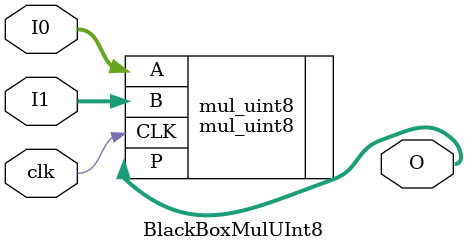
<source format=sv>
module BlackBoxMulUInt8(
	               input wire [7:0] I0,
	               input wire [7:0] I1,
	               output wire [15:0] O,
	               input wire       clk
	               );
`ifdef VERILATOR
   reg [15:0] reg0;
   reg [15:0] reg1;
   reg [15:0] reg2;
   always @( posedge clk ) begin
      reg0 <= I0 * I1;
      reg1 <= reg0;
      reg2 <= reg1;
   end
   assign O = reg2;
`endif
`ifndef VERILATOR
   mul_uint8 mul_uint8 (
                   .A(I0),
                   .B(I1),
                   .P(O),
                   .CLK(clk)
                   );
`endif
endmodule
</source>
